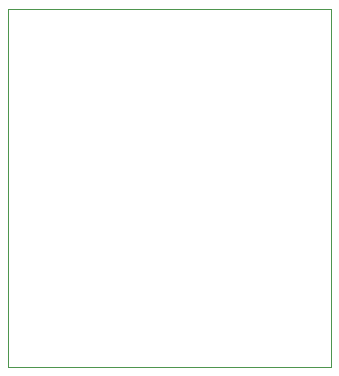
<source format=gm1>
G04 #@! TF.GenerationSoftware,KiCad,Pcbnew,(5.1.5-0-10_14)*
G04 #@! TF.CreationDate,2020-06-21T17:17:39+09:00*
G04 #@! TF.ProjectId,TriCon,54726943-6f6e-42e6-9b69-6361645f7063,1.1*
G04 #@! TF.SameCoordinates,Original*
G04 #@! TF.FileFunction,Profile,NP*
%FSLAX46Y46*%
G04 Gerber Fmt 4.6, Leading zero omitted, Abs format (unit mm)*
G04 Created by KiCad (PCBNEW (5.1.5-0-10_14)) date 2020-06-21 17:17:39*
%MOMM*%
%LPD*%
G04 APERTURE LIST*
%ADD10C,0.050000*%
G04 APERTURE END LIST*
D10*
X136300000Y-113700000D02*
X136300000Y-83400000D01*
X163600000Y-113700000D02*
X136300000Y-113700000D01*
X163600000Y-83400000D02*
X163600000Y-113700000D01*
X136300000Y-83400000D02*
X163600000Y-83400000D01*
M02*

</source>
